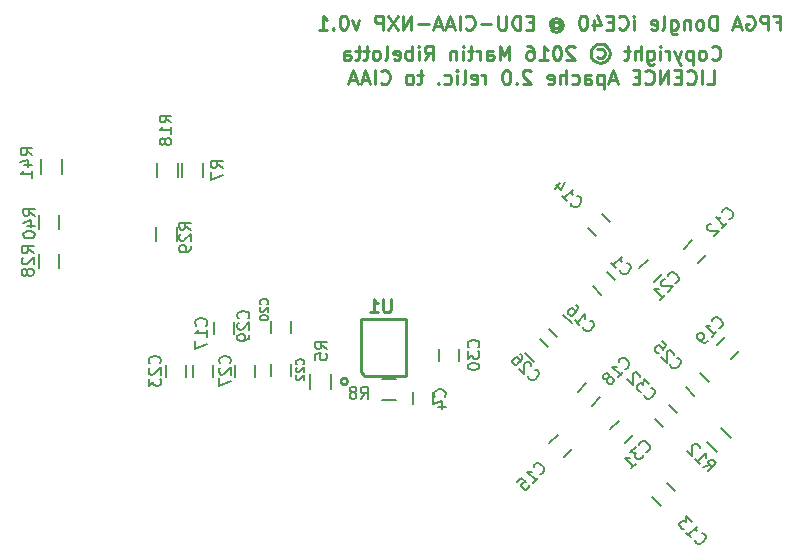
<source format=gbo>
G04 #@! TF.FileFunction,Legend,Bot*
%FSLAX46Y46*%
G04 Gerber Fmt 4.6, Leading zero omitted, Abs format (unit mm)*
G04 Created by KiCad (PCBNEW 4.0.4+e1-6308~48~ubuntu14.04.1-stable) date Wed Oct 19 19:57:22 2016*
%MOMM*%
%LPD*%
G01*
G04 APERTURE LIST*
%ADD10C,0.100000*%
%ADD11C,0.250000*%
%ADD12C,0.150000*%
%ADD13C,0.254000*%
G04 APERTURE END LIST*
D10*
D11*
X80425713Y-78584286D02*
X80825713Y-78584286D01*
X80825713Y-79212857D02*
X80825713Y-78012857D01*
X80254284Y-78012857D01*
X79797142Y-79212857D02*
X79797142Y-78012857D01*
X79339999Y-78012857D01*
X79225713Y-78070000D01*
X79168570Y-78127143D01*
X79111427Y-78241429D01*
X79111427Y-78412857D01*
X79168570Y-78527143D01*
X79225713Y-78584286D01*
X79339999Y-78641429D01*
X79797142Y-78641429D01*
X77968570Y-78070000D02*
X78082856Y-78012857D01*
X78254285Y-78012857D01*
X78425713Y-78070000D01*
X78539999Y-78184286D01*
X78597142Y-78298571D01*
X78654285Y-78527143D01*
X78654285Y-78698571D01*
X78597142Y-78927143D01*
X78539999Y-79041429D01*
X78425713Y-79155714D01*
X78254285Y-79212857D01*
X78139999Y-79212857D01*
X77968570Y-79155714D01*
X77911427Y-79098571D01*
X77911427Y-78698571D01*
X78139999Y-78698571D01*
X77454285Y-78870000D02*
X76882856Y-78870000D01*
X77568570Y-79212857D02*
X77168570Y-78012857D01*
X76768570Y-79212857D01*
X75454285Y-79212857D02*
X75454285Y-78012857D01*
X75168570Y-78012857D01*
X74997142Y-78070000D01*
X74882856Y-78184286D01*
X74825713Y-78298571D01*
X74768570Y-78527143D01*
X74768570Y-78698571D01*
X74825713Y-78927143D01*
X74882856Y-79041429D01*
X74997142Y-79155714D01*
X75168570Y-79212857D01*
X75454285Y-79212857D01*
X74082856Y-79212857D02*
X74197142Y-79155714D01*
X74254285Y-79098571D01*
X74311428Y-78984286D01*
X74311428Y-78641429D01*
X74254285Y-78527143D01*
X74197142Y-78470000D01*
X74082856Y-78412857D01*
X73911428Y-78412857D01*
X73797142Y-78470000D01*
X73739999Y-78527143D01*
X73682856Y-78641429D01*
X73682856Y-78984286D01*
X73739999Y-79098571D01*
X73797142Y-79155714D01*
X73911428Y-79212857D01*
X74082856Y-79212857D01*
X73168571Y-78412857D02*
X73168571Y-79212857D01*
X73168571Y-78527143D02*
X73111428Y-78470000D01*
X72997142Y-78412857D01*
X72825714Y-78412857D01*
X72711428Y-78470000D01*
X72654285Y-78584286D01*
X72654285Y-79212857D01*
X71568571Y-78412857D02*
X71568571Y-79384286D01*
X71625714Y-79498571D01*
X71682857Y-79555714D01*
X71797142Y-79612857D01*
X71968571Y-79612857D01*
X72082857Y-79555714D01*
X71568571Y-79155714D02*
X71682857Y-79212857D01*
X71911428Y-79212857D01*
X72025714Y-79155714D01*
X72082857Y-79098571D01*
X72140000Y-78984286D01*
X72140000Y-78641429D01*
X72082857Y-78527143D01*
X72025714Y-78470000D01*
X71911428Y-78412857D01*
X71682857Y-78412857D01*
X71568571Y-78470000D01*
X70825714Y-79212857D02*
X70940000Y-79155714D01*
X70997143Y-79041429D01*
X70997143Y-78012857D01*
X69911429Y-79155714D02*
X70025715Y-79212857D01*
X70254286Y-79212857D01*
X70368572Y-79155714D01*
X70425715Y-79041429D01*
X70425715Y-78584286D01*
X70368572Y-78470000D01*
X70254286Y-78412857D01*
X70025715Y-78412857D01*
X69911429Y-78470000D01*
X69854286Y-78584286D01*
X69854286Y-78698571D01*
X70425715Y-78812857D01*
X68425715Y-79212857D02*
X68425715Y-78412857D01*
X68425715Y-78012857D02*
X68482858Y-78070000D01*
X68425715Y-78127143D01*
X68368572Y-78070000D01*
X68425715Y-78012857D01*
X68425715Y-78127143D01*
X67168571Y-79098571D02*
X67225714Y-79155714D01*
X67397143Y-79212857D01*
X67511429Y-79212857D01*
X67682857Y-79155714D01*
X67797143Y-79041429D01*
X67854286Y-78927143D01*
X67911429Y-78698571D01*
X67911429Y-78527143D01*
X67854286Y-78298571D01*
X67797143Y-78184286D01*
X67682857Y-78070000D01*
X67511429Y-78012857D01*
X67397143Y-78012857D01*
X67225714Y-78070000D01*
X67168571Y-78127143D01*
X66654286Y-78584286D02*
X66254286Y-78584286D01*
X66082857Y-79212857D02*
X66654286Y-79212857D01*
X66654286Y-78012857D01*
X66082857Y-78012857D01*
X65054286Y-78412857D02*
X65054286Y-79212857D01*
X65340000Y-77955714D02*
X65625715Y-78812857D01*
X64882857Y-78812857D01*
X64197143Y-78012857D02*
X64082858Y-78012857D01*
X63968572Y-78070000D01*
X63911429Y-78127143D01*
X63854286Y-78241429D01*
X63797143Y-78470000D01*
X63797143Y-78755714D01*
X63854286Y-78984286D01*
X63911429Y-79098571D01*
X63968572Y-79155714D01*
X64082858Y-79212857D01*
X64197143Y-79212857D01*
X64311429Y-79155714D01*
X64368572Y-79098571D01*
X64425715Y-78984286D01*
X64482858Y-78755714D01*
X64482858Y-78470000D01*
X64425715Y-78241429D01*
X64368572Y-78127143D01*
X64311429Y-78070000D01*
X64197143Y-78012857D01*
X61625715Y-78641429D02*
X61682857Y-78584286D01*
X61797143Y-78527143D01*
X61911429Y-78527143D01*
X62025715Y-78584286D01*
X62082857Y-78641429D01*
X62140000Y-78755714D01*
X62140000Y-78870000D01*
X62082857Y-78984286D01*
X62025715Y-79041429D01*
X61911429Y-79098571D01*
X61797143Y-79098571D01*
X61682857Y-79041429D01*
X61625715Y-78984286D01*
X61625715Y-78527143D02*
X61625715Y-78984286D01*
X61568572Y-79041429D01*
X61511429Y-79041429D01*
X61397143Y-78984286D01*
X61340000Y-78870000D01*
X61340000Y-78584286D01*
X61454286Y-78412857D01*
X61625715Y-78298571D01*
X61854286Y-78241429D01*
X62082857Y-78298571D01*
X62254286Y-78412857D01*
X62368572Y-78584286D01*
X62425715Y-78812857D01*
X62368572Y-79041429D01*
X62254286Y-79212857D01*
X62082857Y-79327143D01*
X61854286Y-79384286D01*
X61625715Y-79327143D01*
X61454286Y-79212857D01*
X59911429Y-78584286D02*
X59511429Y-78584286D01*
X59340000Y-79212857D02*
X59911429Y-79212857D01*
X59911429Y-78012857D01*
X59340000Y-78012857D01*
X58825715Y-79212857D02*
X58825715Y-78012857D01*
X58540000Y-78012857D01*
X58368572Y-78070000D01*
X58254286Y-78184286D01*
X58197143Y-78298571D01*
X58140000Y-78527143D01*
X58140000Y-78698571D01*
X58197143Y-78927143D01*
X58254286Y-79041429D01*
X58368572Y-79155714D01*
X58540000Y-79212857D01*
X58825715Y-79212857D01*
X57625715Y-78012857D02*
X57625715Y-78984286D01*
X57568572Y-79098571D01*
X57511429Y-79155714D01*
X57397143Y-79212857D01*
X57168572Y-79212857D01*
X57054286Y-79155714D01*
X56997143Y-79098571D01*
X56940000Y-78984286D01*
X56940000Y-78012857D01*
X56368572Y-78755714D02*
X55454286Y-78755714D01*
X54197143Y-79098571D02*
X54254286Y-79155714D01*
X54425715Y-79212857D01*
X54540001Y-79212857D01*
X54711429Y-79155714D01*
X54825715Y-79041429D01*
X54882858Y-78927143D01*
X54940001Y-78698571D01*
X54940001Y-78527143D01*
X54882858Y-78298571D01*
X54825715Y-78184286D01*
X54711429Y-78070000D01*
X54540001Y-78012857D01*
X54425715Y-78012857D01*
X54254286Y-78070000D01*
X54197143Y-78127143D01*
X53682858Y-79212857D02*
X53682858Y-78012857D01*
X53168572Y-78870000D02*
X52597143Y-78870000D01*
X53282857Y-79212857D02*
X52882857Y-78012857D01*
X52482857Y-79212857D01*
X52140001Y-78870000D02*
X51568572Y-78870000D01*
X52254286Y-79212857D02*
X51854286Y-78012857D01*
X51454286Y-79212857D01*
X51054287Y-78755714D02*
X50140001Y-78755714D01*
X49568573Y-79212857D02*
X49568573Y-78012857D01*
X48882858Y-79212857D01*
X48882858Y-78012857D01*
X48425715Y-78012857D02*
X47625715Y-79212857D01*
X47625715Y-78012857D02*
X48425715Y-79212857D01*
X47168573Y-79212857D02*
X47168573Y-78012857D01*
X46711430Y-78012857D01*
X46597144Y-78070000D01*
X46540001Y-78127143D01*
X46482858Y-78241429D01*
X46482858Y-78412857D01*
X46540001Y-78527143D01*
X46597144Y-78584286D01*
X46711430Y-78641429D01*
X47168573Y-78641429D01*
X45168572Y-78412857D02*
X44882858Y-79212857D01*
X44597144Y-78412857D01*
X43911429Y-78012857D02*
X43797144Y-78012857D01*
X43682858Y-78070000D01*
X43625715Y-78127143D01*
X43568572Y-78241429D01*
X43511429Y-78470000D01*
X43511429Y-78755714D01*
X43568572Y-78984286D01*
X43625715Y-79098571D01*
X43682858Y-79155714D01*
X43797144Y-79212857D01*
X43911429Y-79212857D01*
X44025715Y-79155714D01*
X44082858Y-79098571D01*
X44140001Y-78984286D01*
X44197144Y-78755714D01*
X44197144Y-78470000D01*
X44140001Y-78241429D01*
X44082858Y-78127143D01*
X44025715Y-78070000D01*
X43911429Y-78012857D01*
X42997144Y-79098571D02*
X42940001Y-79155714D01*
X42997144Y-79212857D01*
X43054287Y-79155714D01*
X42997144Y-79098571D01*
X42997144Y-79212857D01*
X41797143Y-79212857D02*
X42482858Y-79212857D01*
X42140000Y-79212857D02*
X42140000Y-78012857D01*
X42254286Y-78184286D01*
X42368572Y-78298571D01*
X42482858Y-78355714D01*
X75009998Y-81663571D02*
X75067141Y-81720714D01*
X75238570Y-81777857D01*
X75352856Y-81777857D01*
X75524284Y-81720714D01*
X75638570Y-81606429D01*
X75695713Y-81492143D01*
X75752856Y-81263571D01*
X75752856Y-81092143D01*
X75695713Y-80863571D01*
X75638570Y-80749286D01*
X75524284Y-80635000D01*
X75352856Y-80577857D01*
X75238570Y-80577857D01*
X75067141Y-80635000D01*
X75009998Y-80692143D01*
X74324284Y-81777857D02*
X74438570Y-81720714D01*
X74495713Y-81663571D01*
X74552856Y-81549286D01*
X74552856Y-81206429D01*
X74495713Y-81092143D01*
X74438570Y-81035000D01*
X74324284Y-80977857D01*
X74152856Y-80977857D01*
X74038570Y-81035000D01*
X73981427Y-81092143D01*
X73924284Y-81206429D01*
X73924284Y-81549286D01*
X73981427Y-81663571D01*
X74038570Y-81720714D01*
X74152856Y-81777857D01*
X74324284Y-81777857D01*
X73409999Y-80977857D02*
X73409999Y-82177857D01*
X73409999Y-81035000D02*
X73295713Y-80977857D01*
X73067142Y-80977857D01*
X72952856Y-81035000D01*
X72895713Y-81092143D01*
X72838570Y-81206429D01*
X72838570Y-81549286D01*
X72895713Y-81663571D01*
X72952856Y-81720714D01*
X73067142Y-81777857D01*
X73295713Y-81777857D01*
X73409999Y-81720714D01*
X72438570Y-80977857D02*
X72152856Y-81777857D01*
X71867142Y-80977857D02*
X72152856Y-81777857D01*
X72267142Y-82063571D01*
X72324285Y-82120714D01*
X72438570Y-82177857D01*
X71409999Y-81777857D02*
X71409999Y-80977857D01*
X71409999Y-81206429D02*
X71352856Y-81092143D01*
X71295713Y-81035000D01*
X71181427Y-80977857D01*
X71067142Y-80977857D01*
X70667142Y-81777857D02*
X70667142Y-80977857D01*
X70667142Y-80577857D02*
X70724285Y-80635000D01*
X70667142Y-80692143D01*
X70609999Y-80635000D01*
X70667142Y-80577857D01*
X70667142Y-80692143D01*
X69581427Y-80977857D02*
X69581427Y-81949286D01*
X69638570Y-82063571D01*
X69695713Y-82120714D01*
X69809998Y-82177857D01*
X69981427Y-82177857D01*
X70095713Y-82120714D01*
X69581427Y-81720714D02*
X69695713Y-81777857D01*
X69924284Y-81777857D01*
X70038570Y-81720714D01*
X70095713Y-81663571D01*
X70152856Y-81549286D01*
X70152856Y-81206429D01*
X70095713Y-81092143D01*
X70038570Y-81035000D01*
X69924284Y-80977857D01*
X69695713Y-80977857D01*
X69581427Y-81035000D01*
X69009999Y-81777857D02*
X69009999Y-80577857D01*
X68495713Y-81777857D02*
X68495713Y-81149286D01*
X68552856Y-81035000D01*
X68667142Y-80977857D01*
X68838570Y-80977857D01*
X68952856Y-81035000D01*
X69009999Y-81092143D01*
X68095713Y-80977857D02*
X67638570Y-80977857D01*
X67924285Y-80577857D02*
X67924285Y-81606429D01*
X67867142Y-81720714D01*
X67752856Y-81777857D01*
X67638570Y-81777857D01*
X65352856Y-80863571D02*
X65467142Y-80806429D01*
X65695713Y-80806429D01*
X65809999Y-80863571D01*
X65924285Y-80977857D01*
X65981428Y-81092143D01*
X65981428Y-81320714D01*
X65924285Y-81435000D01*
X65809999Y-81549286D01*
X65695713Y-81606429D01*
X65467142Y-81606429D01*
X65352856Y-81549286D01*
X65581428Y-80406429D02*
X65867142Y-80463571D01*
X66152856Y-80635000D01*
X66324285Y-80920714D01*
X66381428Y-81206429D01*
X66324285Y-81492143D01*
X66152856Y-81777857D01*
X65867142Y-81949286D01*
X65581428Y-82006429D01*
X65295713Y-81949286D01*
X65009999Y-81777857D01*
X64838570Y-81492143D01*
X64781428Y-81206429D01*
X64838570Y-80920714D01*
X65009999Y-80635000D01*
X65295713Y-80463571D01*
X65581428Y-80406429D01*
X63409999Y-80692143D02*
X63352856Y-80635000D01*
X63238570Y-80577857D01*
X62952856Y-80577857D01*
X62838570Y-80635000D01*
X62781427Y-80692143D01*
X62724284Y-80806429D01*
X62724284Y-80920714D01*
X62781427Y-81092143D01*
X63467141Y-81777857D01*
X62724284Y-81777857D01*
X61981427Y-80577857D02*
X61867142Y-80577857D01*
X61752856Y-80635000D01*
X61695713Y-80692143D01*
X61638570Y-80806429D01*
X61581427Y-81035000D01*
X61581427Y-81320714D01*
X61638570Y-81549286D01*
X61695713Y-81663571D01*
X61752856Y-81720714D01*
X61867142Y-81777857D01*
X61981427Y-81777857D01*
X62095713Y-81720714D01*
X62152856Y-81663571D01*
X62209999Y-81549286D01*
X62267142Y-81320714D01*
X62267142Y-81035000D01*
X62209999Y-80806429D01*
X62152856Y-80692143D01*
X62095713Y-80635000D01*
X61981427Y-80577857D01*
X60438570Y-81777857D02*
X61124285Y-81777857D01*
X60781427Y-81777857D02*
X60781427Y-80577857D01*
X60895713Y-80749286D01*
X61009999Y-80863571D01*
X61124285Y-80920714D01*
X59409999Y-80577857D02*
X59638570Y-80577857D01*
X59752856Y-80635000D01*
X59809999Y-80692143D01*
X59924285Y-80863571D01*
X59981428Y-81092143D01*
X59981428Y-81549286D01*
X59924285Y-81663571D01*
X59867142Y-81720714D01*
X59752856Y-81777857D01*
X59524285Y-81777857D01*
X59409999Y-81720714D01*
X59352856Y-81663571D01*
X59295713Y-81549286D01*
X59295713Y-81263571D01*
X59352856Y-81149286D01*
X59409999Y-81092143D01*
X59524285Y-81035000D01*
X59752856Y-81035000D01*
X59867142Y-81092143D01*
X59924285Y-81149286D01*
X59981428Y-81263571D01*
X57867142Y-81777857D02*
X57867142Y-80577857D01*
X57467142Y-81435000D01*
X57067142Y-80577857D01*
X57067142Y-81777857D01*
X55981427Y-81777857D02*
X55981427Y-81149286D01*
X56038570Y-81035000D01*
X56152856Y-80977857D01*
X56381427Y-80977857D01*
X56495713Y-81035000D01*
X55981427Y-81720714D02*
X56095713Y-81777857D01*
X56381427Y-81777857D01*
X56495713Y-81720714D01*
X56552856Y-81606429D01*
X56552856Y-81492143D01*
X56495713Y-81377857D01*
X56381427Y-81320714D01*
X56095713Y-81320714D01*
X55981427Y-81263571D01*
X55409999Y-81777857D02*
X55409999Y-80977857D01*
X55409999Y-81206429D02*
X55352856Y-81092143D01*
X55295713Y-81035000D01*
X55181427Y-80977857D01*
X55067142Y-80977857D01*
X54838570Y-80977857D02*
X54381427Y-80977857D01*
X54667142Y-80577857D02*
X54667142Y-81606429D01*
X54609999Y-81720714D01*
X54495713Y-81777857D01*
X54381427Y-81777857D01*
X53981428Y-81777857D02*
X53981428Y-80977857D01*
X53981428Y-80577857D02*
X54038571Y-80635000D01*
X53981428Y-80692143D01*
X53924285Y-80635000D01*
X53981428Y-80577857D01*
X53981428Y-80692143D01*
X53409999Y-80977857D02*
X53409999Y-81777857D01*
X53409999Y-81092143D02*
X53352856Y-81035000D01*
X53238570Y-80977857D01*
X53067142Y-80977857D01*
X52952856Y-81035000D01*
X52895713Y-81149286D01*
X52895713Y-81777857D01*
X50724284Y-81777857D02*
X51124284Y-81206429D01*
X51409999Y-81777857D02*
X51409999Y-80577857D01*
X50952856Y-80577857D01*
X50838570Y-80635000D01*
X50781427Y-80692143D01*
X50724284Y-80806429D01*
X50724284Y-80977857D01*
X50781427Y-81092143D01*
X50838570Y-81149286D01*
X50952856Y-81206429D01*
X51409999Y-81206429D01*
X50209999Y-81777857D02*
X50209999Y-80977857D01*
X50209999Y-80577857D02*
X50267142Y-80635000D01*
X50209999Y-80692143D01*
X50152856Y-80635000D01*
X50209999Y-80577857D01*
X50209999Y-80692143D01*
X49638570Y-81777857D02*
X49638570Y-80577857D01*
X49638570Y-81035000D02*
X49524284Y-80977857D01*
X49295713Y-80977857D01*
X49181427Y-81035000D01*
X49124284Y-81092143D01*
X49067141Y-81206429D01*
X49067141Y-81549286D01*
X49124284Y-81663571D01*
X49181427Y-81720714D01*
X49295713Y-81777857D01*
X49524284Y-81777857D01*
X49638570Y-81720714D01*
X48095713Y-81720714D02*
X48209999Y-81777857D01*
X48438570Y-81777857D01*
X48552856Y-81720714D01*
X48609999Y-81606429D01*
X48609999Y-81149286D01*
X48552856Y-81035000D01*
X48438570Y-80977857D01*
X48209999Y-80977857D01*
X48095713Y-81035000D01*
X48038570Y-81149286D01*
X48038570Y-81263571D01*
X48609999Y-81377857D01*
X47352856Y-81777857D02*
X47467142Y-81720714D01*
X47524285Y-81606429D01*
X47524285Y-80577857D01*
X46724285Y-81777857D02*
X46838571Y-81720714D01*
X46895714Y-81663571D01*
X46952857Y-81549286D01*
X46952857Y-81206429D01*
X46895714Y-81092143D01*
X46838571Y-81035000D01*
X46724285Y-80977857D01*
X46552857Y-80977857D01*
X46438571Y-81035000D01*
X46381428Y-81092143D01*
X46324285Y-81206429D01*
X46324285Y-81549286D01*
X46381428Y-81663571D01*
X46438571Y-81720714D01*
X46552857Y-81777857D01*
X46724285Y-81777857D01*
X45981428Y-80977857D02*
X45524285Y-80977857D01*
X45810000Y-80577857D02*
X45810000Y-81606429D01*
X45752857Y-81720714D01*
X45638571Y-81777857D01*
X45524285Y-81777857D01*
X45295714Y-80977857D02*
X44838571Y-80977857D01*
X45124286Y-80577857D02*
X45124286Y-81606429D01*
X45067143Y-81720714D01*
X44952857Y-81777857D01*
X44838571Y-81777857D01*
X43924286Y-81777857D02*
X43924286Y-81149286D01*
X43981429Y-81035000D01*
X44095715Y-80977857D01*
X44324286Y-80977857D01*
X44438572Y-81035000D01*
X43924286Y-81720714D02*
X44038572Y-81777857D01*
X44324286Y-81777857D01*
X44438572Y-81720714D01*
X44495715Y-81606429D01*
X44495715Y-81492143D01*
X44438572Y-81377857D01*
X44324286Y-81320714D01*
X44038572Y-81320714D01*
X43924286Y-81263571D01*
X74609999Y-83827857D02*
X75181428Y-83827857D01*
X75181428Y-82627857D01*
X74209999Y-83827857D02*
X74209999Y-82627857D01*
X72952855Y-83713571D02*
X73009998Y-83770714D01*
X73181427Y-83827857D01*
X73295713Y-83827857D01*
X73467141Y-83770714D01*
X73581427Y-83656429D01*
X73638570Y-83542143D01*
X73695713Y-83313571D01*
X73695713Y-83142143D01*
X73638570Y-82913571D01*
X73581427Y-82799286D01*
X73467141Y-82685000D01*
X73295713Y-82627857D01*
X73181427Y-82627857D01*
X73009998Y-82685000D01*
X72952855Y-82742143D01*
X72438570Y-83199286D02*
X72038570Y-83199286D01*
X71867141Y-83827857D02*
X72438570Y-83827857D01*
X72438570Y-82627857D01*
X71867141Y-82627857D01*
X71352856Y-83827857D02*
X71352856Y-82627857D01*
X70667141Y-83827857D01*
X70667141Y-82627857D01*
X69409998Y-83713571D02*
X69467141Y-83770714D01*
X69638570Y-83827857D01*
X69752856Y-83827857D01*
X69924284Y-83770714D01*
X70038570Y-83656429D01*
X70095713Y-83542143D01*
X70152856Y-83313571D01*
X70152856Y-83142143D01*
X70095713Y-82913571D01*
X70038570Y-82799286D01*
X69924284Y-82685000D01*
X69752856Y-82627857D01*
X69638570Y-82627857D01*
X69467141Y-82685000D01*
X69409998Y-82742143D01*
X68895713Y-83199286D02*
X68495713Y-83199286D01*
X68324284Y-83827857D02*
X68895713Y-83827857D01*
X68895713Y-82627857D01*
X68324284Y-82627857D01*
X66952856Y-83485000D02*
X66381427Y-83485000D01*
X67067141Y-83827857D02*
X66667141Y-82627857D01*
X66267141Y-83827857D01*
X65867142Y-83027857D02*
X65867142Y-84227857D01*
X65867142Y-83085000D02*
X65752856Y-83027857D01*
X65524285Y-83027857D01*
X65409999Y-83085000D01*
X65352856Y-83142143D01*
X65295713Y-83256429D01*
X65295713Y-83599286D01*
X65352856Y-83713571D01*
X65409999Y-83770714D01*
X65524285Y-83827857D01*
X65752856Y-83827857D01*
X65867142Y-83770714D01*
X64267142Y-83827857D02*
X64267142Y-83199286D01*
X64324285Y-83085000D01*
X64438571Y-83027857D01*
X64667142Y-83027857D01*
X64781428Y-83085000D01*
X64267142Y-83770714D02*
X64381428Y-83827857D01*
X64667142Y-83827857D01*
X64781428Y-83770714D01*
X64838571Y-83656429D01*
X64838571Y-83542143D01*
X64781428Y-83427857D01*
X64667142Y-83370714D01*
X64381428Y-83370714D01*
X64267142Y-83313571D01*
X63181428Y-83770714D02*
X63295714Y-83827857D01*
X63524285Y-83827857D01*
X63638571Y-83770714D01*
X63695714Y-83713571D01*
X63752857Y-83599286D01*
X63752857Y-83256429D01*
X63695714Y-83142143D01*
X63638571Y-83085000D01*
X63524285Y-83027857D01*
X63295714Y-83027857D01*
X63181428Y-83085000D01*
X62667143Y-83827857D02*
X62667143Y-82627857D01*
X62152857Y-83827857D02*
X62152857Y-83199286D01*
X62210000Y-83085000D01*
X62324286Y-83027857D01*
X62495714Y-83027857D01*
X62610000Y-83085000D01*
X62667143Y-83142143D01*
X61124286Y-83770714D02*
X61238572Y-83827857D01*
X61467143Y-83827857D01*
X61581429Y-83770714D01*
X61638572Y-83656429D01*
X61638572Y-83199286D01*
X61581429Y-83085000D01*
X61467143Y-83027857D01*
X61238572Y-83027857D01*
X61124286Y-83085000D01*
X61067143Y-83199286D01*
X61067143Y-83313571D01*
X61638572Y-83427857D01*
X59695715Y-82742143D02*
X59638572Y-82685000D01*
X59524286Y-82627857D01*
X59238572Y-82627857D01*
X59124286Y-82685000D01*
X59067143Y-82742143D01*
X59010000Y-82856429D01*
X59010000Y-82970714D01*
X59067143Y-83142143D01*
X59752857Y-83827857D01*
X59010000Y-83827857D01*
X58495715Y-83713571D02*
X58438572Y-83770714D01*
X58495715Y-83827857D01*
X58552858Y-83770714D01*
X58495715Y-83713571D01*
X58495715Y-83827857D01*
X57695714Y-82627857D02*
X57581429Y-82627857D01*
X57467143Y-82685000D01*
X57410000Y-82742143D01*
X57352857Y-82856429D01*
X57295714Y-83085000D01*
X57295714Y-83370714D01*
X57352857Y-83599286D01*
X57410000Y-83713571D01*
X57467143Y-83770714D01*
X57581429Y-83827857D01*
X57695714Y-83827857D01*
X57810000Y-83770714D01*
X57867143Y-83713571D01*
X57924286Y-83599286D01*
X57981429Y-83370714D01*
X57981429Y-83085000D01*
X57924286Y-82856429D01*
X57867143Y-82742143D01*
X57810000Y-82685000D01*
X57695714Y-82627857D01*
X55867143Y-83827857D02*
X55867143Y-83027857D01*
X55867143Y-83256429D02*
X55810000Y-83142143D01*
X55752857Y-83085000D01*
X55638571Y-83027857D01*
X55524286Y-83027857D01*
X54667143Y-83770714D02*
X54781429Y-83827857D01*
X55010000Y-83827857D01*
X55124286Y-83770714D01*
X55181429Y-83656429D01*
X55181429Y-83199286D01*
X55124286Y-83085000D01*
X55010000Y-83027857D01*
X54781429Y-83027857D01*
X54667143Y-83085000D01*
X54610000Y-83199286D01*
X54610000Y-83313571D01*
X55181429Y-83427857D01*
X53924286Y-83827857D02*
X54038572Y-83770714D01*
X54095715Y-83656429D01*
X54095715Y-82627857D01*
X53467144Y-83827857D02*
X53467144Y-83027857D01*
X53467144Y-82627857D02*
X53524287Y-82685000D01*
X53467144Y-82742143D01*
X53410001Y-82685000D01*
X53467144Y-82627857D01*
X53467144Y-82742143D01*
X52381429Y-83770714D02*
X52495715Y-83827857D01*
X52724286Y-83827857D01*
X52838572Y-83770714D01*
X52895715Y-83713571D01*
X52952858Y-83599286D01*
X52952858Y-83256429D01*
X52895715Y-83142143D01*
X52838572Y-83085000D01*
X52724286Y-83027857D01*
X52495715Y-83027857D01*
X52381429Y-83085000D01*
X51867144Y-83713571D02*
X51810001Y-83770714D01*
X51867144Y-83827857D01*
X51924287Y-83770714D01*
X51867144Y-83713571D01*
X51867144Y-83827857D01*
X50552857Y-83027857D02*
X50095714Y-83027857D01*
X50381429Y-82627857D02*
X50381429Y-83656429D01*
X50324286Y-83770714D01*
X50210000Y-83827857D01*
X50095714Y-83827857D01*
X49524286Y-83827857D02*
X49638572Y-83770714D01*
X49695715Y-83713571D01*
X49752858Y-83599286D01*
X49752858Y-83256429D01*
X49695715Y-83142143D01*
X49638572Y-83085000D01*
X49524286Y-83027857D01*
X49352858Y-83027857D01*
X49238572Y-83085000D01*
X49181429Y-83142143D01*
X49124286Y-83256429D01*
X49124286Y-83599286D01*
X49181429Y-83713571D01*
X49238572Y-83770714D01*
X49352858Y-83827857D01*
X49524286Y-83827857D01*
X47010000Y-83713571D02*
X47067143Y-83770714D01*
X47238572Y-83827857D01*
X47352858Y-83827857D01*
X47524286Y-83770714D01*
X47638572Y-83656429D01*
X47695715Y-83542143D01*
X47752858Y-83313571D01*
X47752858Y-83142143D01*
X47695715Y-82913571D01*
X47638572Y-82799286D01*
X47524286Y-82685000D01*
X47352858Y-82627857D01*
X47238572Y-82627857D01*
X47067143Y-82685000D01*
X47010000Y-82742143D01*
X46495715Y-83827857D02*
X46495715Y-82627857D01*
X45981429Y-83485000D02*
X45410000Y-83485000D01*
X46095714Y-83827857D02*
X45695714Y-82627857D01*
X45295714Y-83827857D01*
X44952858Y-83485000D02*
X44381429Y-83485000D01*
X45067143Y-83827857D02*
X44667143Y-82627857D01*
X44267143Y-83827857D01*
D12*
X30546266Y-107611832D02*
X30546266Y-108611832D01*
X28846266Y-108611832D02*
X28846266Y-107611832D01*
X66140380Y-99738299D02*
X66847487Y-100445406D01*
X65645406Y-101647487D02*
X64938299Y-100940380D01*
X51450000Y-109900000D02*
X51450000Y-110900000D01*
X49750000Y-110900000D02*
X49750000Y-109900000D01*
X74554594Y-98247487D02*
X73847487Y-98954594D01*
X72645406Y-97752513D02*
X73352513Y-97045406D01*
X70702513Y-119504594D02*
X69995406Y-118797487D01*
X71197487Y-117595406D02*
X71904594Y-118302513D01*
X65740380Y-94788299D02*
X66447487Y-95495406D01*
X65245406Y-96697487D02*
X64538299Y-95990380D01*
X61288299Y-114209620D02*
X61995406Y-113502513D01*
X63197487Y-114704594D02*
X62490380Y-115411701D01*
X61952513Y-105254594D02*
X61245406Y-104547487D01*
X62447487Y-103345406D02*
X63154594Y-104052513D01*
X32832266Y-107611832D02*
X32832266Y-108611832D01*
X31132266Y-108611832D02*
X31132266Y-107611832D01*
X65604594Y-110347487D02*
X64897487Y-111054594D01*
X63695406Y-109852513D02*
X64402513Y-109145406D01*
X75445406Y-105902513D02*
X76152513Y-105195406D01*
X77354594Y-106397487D02*
X76647487Y-107104594D01*
X37718266Y-104895832D02*
X37718266Y-103895832D01*
X39418266Y-103895832D02*
X39418266Y-104895832D01*
X68895406Y-99402513D02*
X69602513Y-98695406D01*
X70804594Y-99897487D02*
X70097487Y-100604594D01*
X39418266Y-107545832D02*
X39418266Y-108545832D01*
X37718266Y-108545832D02*
X37718266Y-107545832D01*
X74054594Y-108302513D02*
X74761701Y-109009620D01*
X73559620Y-110211701D02*
X72852513Y-109504594D01*
X59952513Y-107304594D02*
X59245406Y-106597487D01*
X60447487Y-105395406D02*
X61154594Y-106102513D01*
X36388266Y-107611832D02*
X36388266Y-108611832D01*
X34688266Y-108611832D02*
X34688266Y-107611832D01*
X32868266Y-104945832D02*
X32868266Y-103945832D01*
X34568266Y-103945832D02*
X34568266Y-104945832D01*
X53650000Y-106250000D02*
X53650000Y-107250000D01*
X51950000Y-107250000D02*
X51950000Y-106250000D01*
X68347487Y-113504594D02*
X67640380Y-114211701D01*
X66438299Y-113009620D02*
X67145406Y-112302513D01*
X71404594Y-110952513D02*
X72111701Y-111659620D01*
X70909620Y-112861701D02*
X70202513Y-112154594D01*
X42775000Y-109600000D02*
X42775000Y-108400000D01*
X41025000Y-108400000D02*
X41025000Y-109600000D01*
X47100000Y-110525000D02*
X48300000Y-110525000D01*
X48300000Y-108775000D02*
X47100000Y-108775000D01*
X76692983Y-113755546D02*
X75844454Y-112907017D01*
X74607017Y-114144454D02*
X75455546Y-114992983D01*
D13*
X44204247Y-109000832D02*
G75*
G03X44204247Y-109000832I-283981J0D01*
G01*
X49127266Y-103666832D02*
X45317266Y-103666832D01*
X49127266Y-108492832D02*
X45571266Y-108492832D01*
X45322346Y-103682072D02*
X45322346Y-108213432D01*
X45322346Y-108213432D02*
X45589046Y-108477592D01*
X49122186Y-108477592D02*
X49122186Y-103682072D01*
D12*
X30185000Y-90490000D02*
X30185000Y-91690000D01*
X31935000Y-91690000D02*
X31935000Y-90490000D01*
X28075000Y-90500000D02*
X28075000Y-91700000D01*
X29825000Y-91700000D02*
X29825000Y-90500000D01*
X19775000Y-99425000D02*
X19775000Y-98225000D01*
X18025000Y-98225000D02*
X18025000Y-99425000D01*
X28005000Y-95890000D02*
X28005000Y-97090000D01*
X29755000Y-97090000D02*
X29755000Y-95890000D01*
X19775000Y-96075000D02*
X19775000Y-94875000D01*
X18025000Y-94875000D02*
X18025000Y-96075000D01*
X18225000Y-90200000D02*
X18225000Y-91400000D01*
X19975000Y-91400000D02*
X19975000Y-90200000D01*
X28275409Y-107468975D02*
X28323028Y-107421356D01*
X28370647Y-107278499D01*
X28370647Y-107183261D01*
X28323028Y-107040403D01*
X28227790Y-106945165D01*
X28132552Y-106897546D01*
X27942076Y-106849927D01*
X27799218Y-106849927D01*
X27608742Y-106897546D01*
X27513504Y-106945165D01*
X27418266Y-107040403D01*
X27370647Y-107183261D01*
X27370647Y-107278499D01*
X27418266Y-107421356D01*
X27465885Y-107468975D01*
X27465885Y-107849927D02*
X27418266Y-107897546D01*
X27370647Y-107992784D01*
X27370647Y-108230880D01*
X27418266Y-108326118D01*
X27465885Y-108373737D01*
X27561123Y-108421356D01*
X27656361Y-108421356D01*
X27799218Y-108373737D01*
X28370647Y-107802308D01*
X28370647Y-108421356D01*
X27370647Y-108754689D02*
X27370647Y-109373737D01*
X27751599Y-109040403D01*
X27751599Y-109183261D01*
X27799218Y-109278499D01*
X27846837Y-109326118D01*
X27942076Y-109373737D01*
X28180171Y-109373737D01*
X28275409Y-109326118D01*
X28323028Y-109278499D01*
X28370647Y-109183261D01*
X28370647Y-108897546D01*
X28323028Y-108802308D01*
X28275409Y-108754689D01*
X67243129Y-99578358D02*
X67243129Y-99645701D01*
X67310473Y-99780388D01*
X67377816Y-99847732D01*
X67512504Y-99915076D01*
X67647191Y-99915076D01*
X67748206Y-99881404D01*
X67916564Y-99780389D01*
X68017580Y-99679373D01*
X68118595Y-99511014D01*
X68152267Y-99409999D01*
X68152267Y-99275312D01*
X68084923Y-99140625D01*
X68017580Y-99073281D01*
X67882893Y-99005938D01*
X67815549Y-99005938D01*
X66502351Y-98972266D02*
X66906412Y-99376328D01*
X66704382Y-99174297D02*
X67411489Y-98467191D01*
X67377817Y-98635549D01*
X67377817Y-98770236D01*
X67411489Y-98871251D01*
X52407143Y-110283334D02*
X52454762Y-110235715D01*
X52502381Y-110092858D01*
X52502381Y-109997620D01*
X52454762Y-109854762D01*
X52359524Y-109759524D01*
X52264286Y-109711905D01*
X52073810Y-109664286D01*
X51930952Y-109664286D01*
X51740476Y-109711905D01*
X51645238Y-109759524D01*
X51550000Y-109854762D01*
X51502381Y-109997620D01*
X51502381Y-110092858D01*
X51550000Y-110235715D01*
X51597619Y-110283334D01*
X51835714Y-111140477D02*
X52502381Y-111140477D01*
X51454762Y-110902381D02*
X52169048Y-110664286D01*
X52169048Y-111283334D01*
X76499138Y-95252386D02*
X76566481Y-95252386D01*
X76701168Y-95185042D01*
X76768512Y-95117699D01*
X76835856Y-94983011D01*
X76835856Y-94848324D01*
X76802184Y-94747309D01*
X76701169Y-94578951D01*
X76600153Y-94477935D01*
X76431794Y-94376920D01*
X76330779Y-94343248D01*
X76196092Y-94343248D01*
X76061405Y-94410592D01*
X75994061Y-94477935D01*
X75926718Y-94612622D01*
X75926718Y-94679966D01*
X75893046Y-95993164D02*
X76297107Y-95589103D01*
X76095077Y-95791133D02*
X75387970Y-95084026D01*
X75556329Y-95117698D01*
X75691016Y-95117698D01*
X75792031Y-95084026D01*
X74983909Y-95622775D02*
X74916566Y-95622775D01*
X74815550Y-95656446D01*
X74647191Y-95824806D01*
X74613519Y-95925821D01*
X74613519Y-95993164D01*
X74647191Y-96094179D01*
X74714535Y-96161523D01*
X74849221Y-96228866D01*
X75657344Y-96228866D01*
X75219611Y-96666599D01*
X73591548Y-122403732D02*
X73591548Y-122471075D01*
X73658892Y-122605762D01*
X73726235Y-122673106D01*
X73860923Y-122740450D01*
X73995610Y-122740450D01*
X74096625Y-122706778D01*
X74264983Y-122605763D01*
X74365999Y-122504747D01*
X74467014Y-122336388D01*
X74500686Y-122235373D01*
X74500686Y-122100686D01*
X74433342Y-121965999D01*
X74365999Y-121898655D01*
X74231312Y-121831312D01*
X74163968Y-121831312D01*
X72850770Y-121797640D02*
X73254831Y-122201701D01*
X73052801Y-121999671D02*
X73759908Y-121292564D01*
X73726236Y-121460923D01*
X73726236Y-121595610D01*
X73759908Y-121696625D01*
X73322175Y-120854831D02*
X72884442Y-120417098D01*
X72850771Y-120922175D01*
X72749755Y-120821159D01*
X72648740Y-120787487D01*
X72581396Y-120787487D01*
X72480380Y-120821160D01*
X72312022Y-120989518D01*
X72278350Y-121090533D01*
X72278350Y-121157877D01*
X72312022Y-121258892D01*
X72514053Y-121460923D01*
X72615068Y-121494595D01*
X72682411Y-121494595D01*
X63078628Y-93904416D02*
X63078628Y-93971759D01*
X63145972Y-94106446D01*
X63213315Y-94173790D01*
X63348003Y-94241134D01*
X63482690Y-94241134D01*
X63583705Y-94207462D01*
X63752063Y-94106447D01*
X63853079Y-94005431D01*
X63954094Y-93837072D01*
X63987766Y-93736057D01*
X63987766Y-93601370D01*
X63920422Y-93466683D01*
X63853079Y-93399339D01*
X63718392Y-93331996D01*
X63651048Y-93331996D01*
X62337850Y-93298324D02*
X62741911Y-93702385D01*
X62539881Y-93500355D02*
X63246988Y-92793248D01*
X63213316Y-92961607D01*
X63213316Y-93096294D01*
X63246988Y-93197309D01*
X62203163Y-92220828D02*
X61731758Y-92692233D01*
X62640896Y-92119813D02*
X62304178Y-92793248D01*
X61866445Y-92355515D01*
X60510482Y-116836017D02*
X60577825Y-116836017D01*
X60712512Y-116768673D01*
X60779856Y-116701330D01*
X60847200Y-116566642D01*
X60847200Y-116431955D01*
X60813528Y-116330940D01*
X60712513Y-116162582D01*
X60611497Y-116061566D01*
X60443138Y-115960551D01*
X60342123Y-115926879D01*
X60207436Y-115926879D01*
X60072749Y-115994223D01*
X60005405Y-116061566D01*
X59938062Y-116196253D01*
X59938062Y-116263597D01*
X59904390Y-117576795D02*
X60308451Y-117172734D01*
X60106421Y-117374764D02*
X59399314Y-116667657D01*
X59567673Y-116701329D01*
X59702360Y-116701329D01*
X59803375Y-116667657D01*
X58557520Y-117509452D02*
X58894238Y-117172734D01*
X59264627Y-117475779D01*
X59197283Y-117475779D01*
X59096268Y-117509451D01*
X58927909Y-117677810D01*
X58894237Y-117778825D01*
X58894237Y-117846169D01*
X58927910Y-117947185D01*
X59096268Y-118115543D01*
X59197283Y-118149215D01*
X59264627Y-118149215D01*
X59365642Y-118115543D01*
X59534001Y-117947184D01*
X59567673Y-117846169D01*
X59567673Y-117778825D01*
X64152030Y-104407107D02*
X64152030Y-104474450D01*
X64219374Y-104609137D01*
X64286717Y-104676481D01*
X64421405Y-104743825D01*
X64556092Y-104743825D01*
X64657107Y-104710153D01*
X64825465Y-104609138D01*
X64926481Y-104508122D01*
X65027496Y-104339763D01*
X65061168Y-104238748D01*
X65061168Y-104104061D01*
X64993824Y-103969374D01*
X64926481Y-103902030D01*
X64791794Y-103834687D01*
X64724450Y-103834687D01*
X63411252Y-103801015D02*
X63815313Y-104205076D01*
X63613283Y-104003046D02*
X64320390Y-103295939D01*
X64286718Y-103464298D01*
X64286718Y-103598985D01*
X64320390Y-103700000D01*
X63512267Y-102487817D02*
X63646955Y-102622504D01*
X63680626Y-102723519D01*
X63680626Y-102790863D01*
X63646955Y-102959222D01*
X63545939Y-103127580D01*
X63276565Y-103396955D01*
X63175550Y-103430626D01*
X63108206Y-103430626D01*
X63007191Y-103396955D01*
X62872504Y-103262267D01*
X62838832Y-103161252D01*
X62838832Y-103093908D01*
X62872504Y-102992893D01*
X63040862Y-102824535D01*
X63141878Y-102790862D01*
X63209222Y-102790862D01*
X63310237Y-102824534D01*
X63444924Y-102959222D01*
X63478596Y-103060237D01*
X63478596Y-103127580D01*
X63444924Y-103228596D01*
X32207143Y-104257143D02*
X32254762Y-104209524D01*
X32302381Y-104066667D01*
X32302381Y-103971429D01*
X32254762Y-103828571D01*
X32159524Y-103733333D01*
X32064286Y-103685714D01*
X31873810Y-103638095D01*
X31730952Y-103638095D01*
X31540476Y-103685714D01*
X31445238Y-103733333D01*
X31350000Y-103828571D01*
X31302381Y-103971429D01*
X31302381Y-104066667D01*
X31350000Y-104209524D01*
X31397619Y-104257143D01*
X32302381Y-105209524D02*
X32302381Y-104638095D01*
X32302381Y-104923809D02*
X31302381Y-104923809D01*
X31445238Y-104828571D01*
X31540476Y-104733333D01*
X31588095Y-104638095D01*
X31302381Y-105542857D02*
X31302381Y-106209524D01*
X32302381Y-105780952D01*
X67707106Y-107897970D02*
X67774449Y-107897970D01*
X67909136Y-107830626D01*
X67976480Y-107763283D01*
X68043824Y-107628595D01*
X68043824Y-107493908D01*
X68010152Y-107392893D01*
X67909137Y-107224535D01*
X67808121Y-107123519D01*
X67639762Y-107022504D01*
X67538747Y-106988832D01*
X67404060Y-106988832D01*
X67269373Y-107056176D01*
X67202029Y-107123519D01*
X67134686Y-107258206D01*
X67134686Y-107325550D01*
X67101014Y-108638748D02*
X67505075Y-108234687D01*
X67303045Y-108436717D02*
X66595938Y-107729610D01*
X66764297Y-107763282D01*
X66898984Y-107763282D01*
X66999999Y-107729610D01*
X66292892Y-108638747D02*
X66326564Y-108537732D01*
X66326564Y-108470389D01*
X66292892Y-108369374D01*
X66259221Y-108335702D01*
X66158205Y-108302030D01*
X66090862Y-108302030D01*
X65989847Y-108335702D01*
X65855159Y-108470390D01*
X65821487Y-108571405D01*
X65821487Y-108638748D01*
X65855159Y-108739763D01*
X65888831Y-108773435D01*
X65989846Y-108807107D01*
X66057189Y-108807107D01*
X66158205Y-108773435D01*
X66292892Y-108638747D01*
X66393907Y-108605076D01*
X66461251Y-108605076D01*
X66562267Y-108638748D01*
X66696954Y-108773435D01*
X66730625Y-108874450D01*
X66730625Y-108941794D01*
X66696954Y-109042809D01*
X66562266Y-109177496D01*
X66461251Y-109211168D01*
X66393907Y-109211168D01*
X66292892Y-109177496D01*
X66158205Y-109042810D01*
X66124533Y-108941794D01*
X66124533Y-108874450D01*
X66158205Y-108773435D01*
X75622183Y-104463046D02*
X75689526Y-104463046D01*
X75824213Y-104395702D01*
X75891557Y-104328359D01*
X75958901Y-104193671D01*
X75958901Y-104058984D01*
X75925229Y-103957969D01*
X75824214Y-103789611D01*
X75723198Y-103688595D01*
X75554839Y-103587580D01*
X75453824Y-103553908D01*
X75319137Y-103553908D01*
X75184450Y-103621252D01*
X75117106Y-103688595D01*
X75049763Y-103823282D01*
X75049763Y-103890626D01*
X75016091Y-105203824D02*
X75420152Y-104799763D01*
X75218122Y-105001793D02*
X74511015Y-104294686D01*
X74679374Y-104328358D01*
X74814061Y-104328358D01*
X74915076Y-104294686D01*
X74679374Y-105540541D02*
X74544687Y-105675228D01*
X74443671Y-105708901D01*
X74376328Y-105708901D01*
X74207969Y-105675229D01*
X74039611Y-105574214D01*
X73770236Y-105304839D01*
X73736564Y-105203824D01*
X73736564Y-105136481D01*
X73770236Y-105035466D01*
X73904924Y-104900778D01*
X74005939Y-104867106D01*
X74073282Y-104867106D01*
X74174298Y-104900778D01*
X74342656Y-105069137D01*
X74376328Y-105170152D01*
X74376329Y-105237496D01*
X74342657Y-105338511D01*
X74207969Y-105473199D01*
X74106954Y-105506870D01*
X74039610Y-105506870D01*
X73938595Y-105473198D01*
X37400000Y-102450000D02*
X37433333Y-102416666D01*
X37466667Y-102316666D01*
X37466667Y-102250000D01*
X37433333Y-102150000D01*
X37366667Y-102083333D01*
X37300000Y-102050000D01*
X37166667Y-102016666D01*
X37066667Y-102016666D01*
X36933333Y-102050000D01*
X36866667Y-102083333D01*
X36800000Y-102150000D01*
X36766667Y-102250000D01*
X36766667Y-102316666D01*
X36800000Y-102416666D01*
X36833333Y-102450000D01*
X36833333Y-102716666D02*
X36800000Y-102750000D01*
X36766667Y-102816666D01*
X36766667Y-102983333D01*
X36800000Y-103050000D01*
X36833333Y-103083333D01*
X36900000Y-103116666D01*
X36966667Y-103116666D01*
X37066667Y-103083333D01*
X37466667Y-102683333D01*
X37466667Y-103116666D01*
X36766667Y-103550000D02*
X36766667Y-103616667D01*
X36800000Y-103683333D01*
X36833333Y-103716667D01*
X36900000Y-103750000D01*
X37033333Y-103783333D01*
X37200000Y-103783333D01*
X37333333Y-103750000D01*
X37400000Y-103716667D01*
X37433333Y-103683333D01*
X37466667Y-103616667D01*
X37466667Y-103550000D01*
X37433333Y-103483333D01*
X37400000Y-103450000D01*
X37333333Y-103416667D01*
X37200000Y-103383333D01*
X37033333Y-103383333D01*
X36900000Y-103416667D01*
X36833333Y-103450000D01*
X36800000Y-103483333D01*
X36766667Y-103550000D01*
X71907107Y-100647970D02*
X71974450Y-100647970D01*
X72109137Y-100580626D01*
X72176481Y-100513283D01*
X72243825Y-100378595D01*
X72243825Y-100243908D01*
X72210153Y-100142893D01*
X72109138Y-99974535D01*
X72008122Y-99873519D01*
X71839763Y-99772504D01*
X71738748Y-99738832D01*
X71604061Y-99738832D01*
X71469374Y-99806176D01*
X71402030Y-99873519D01*
X71334687Y-100008206D01*
X71334687Y-100075550D01*
X71065313Y-100344924D02*
X70997970Y-100344924D01*
X70896955Y-100378595D01*
X70728595Y-100546955D01*
X70694924Y-100647970D01*
X70694924Y-100715313D01*
X70728595Y-100816328D01*
X70795939Y-100883672D01*
X70930626Y-100951015D01*
X71738748Y-100951015D01*
X71301015Y-101388748D01*
X70627580Y-102062183D02*
X71031641Y-101658122D01*
X70829611Y-101860152D02*
X70122504Y-101153045D01*
X70290863Y-101186717D01*
X70425550Y-101186717D01*
X70526565Y-101153045D01*
X40450000Y-107550000D02*
X40483333Y-107516666D01*
X40516667Y-107416666D01*
X40516667Y-107350000D01*
X40483333Y-107250000D01*
X40416667Y-107183333D01*
X40350000Y-107150000D01*
X40216667Y-107116666D01*
X40116667Y-107116666D01*
X39983333Y-107150000D01*
X39916667Y-107183333D01*
X39850000Y-107250000D01*
X39816667Y-107350000D01*
X39816667Y-107416666D01*
X39850000Y-107516666D01*
X39883333Y-107550000D01*
X39883333Y-107816666D02*
X39850000Y-107850000D01*
X39816667Y-107916666D01*
X39816667Y-108083333D01*
X39850000Y-108150000D01*
X39883333Y-108183333D01*
X39950000Y-108216666D01*
X40016667Y-108216666D01*
X40116667Y-108183333D01*
X40516667Y-107783333D01*
X40516667Y-108216666D01*
X39883333Y-108483333D02*
X39850000Y-108516667D01*
X39816667Y-108583333D01*
X39816667Y-108750000D01*
X39850000Y-108816667D01*
X39883333Y-108850000D01*
X39950000Y-108883333D01*
X40016667Y-108883333D01*
X40116667Y-108850000D01*
X40516667Y-108450000D01*
X40516667Y-108883333D01*
X71502030Y-107557107D02*
X71502030Y-107624450D01*
X71569374Y-107759137D01*
X71636717Y-107826481D01*
X71771405Y-107893825D01*
X71906092Y-107893825D01*
X72007107Y-107860153D01*
X72175465Y-107759138D01*
X72276481Y-107658122D01*
X72377496Y-107489763D01*
X72411168Y-107388748D01*
X72411168Y-107254061D01*
X72343824Y-107119374D01*
X72276481Y-107052030D01*
X72141794Y-106984687D01*
X72074450Y-106984687D01*
X71805076Y-106715313D02*
X71805076Y-106647970D01*
X71771405Y-106546955D01*
X71603045Y-106378595D01*
X71502030Y-106344924D01*
X71434687Y-106344924D01*
X71333672Y-106378595D01*
X71266328Y-106445939D01*
X71198985Y-106580626D01*
X71198985Y-107388748D01*
X70761252Y-106951015D01*
X70828595Y-105604145D02*
X71165313Y-105940863D01*
X70862268Y-106311252D01*
X70862268Y-106243908D01*
X70828596Y-106142893D01*
X70660237Y-105974534D01*
X70559222Y-105940862D01*
X70491878Y-105940862D01*
X70390862Y-105974535D01*
X70222504Y-106142893D01*
X70188832Y-106243908D01*
X70188832Y-106311252D01*
X70222504Y-106412267D01*
X70390863Y-106580626D01*
X70491878Y-106614298D01*
X70559222Y-106614298D01*
X59452030Y-108557107D02*
X59452030Y-108624450D01*
X59519374Y-108759137D01*
X59586717Y-108826481D01*
X59721405Y-108893825D01*
X59856092Y-108893825D01*
X59957107Y-108860153D01*
X60125465Y-108759138D01*
X60226481Y-108658122D01*
X60327496Y-108489763D01*
X60361168Y-108388748D01*
X60361168Y-108254061D01*
X60293824Y-108119374D01*
X60226481Y-108052030D01*
X60091794Y-107984687D01*
X60024450Y-107984687D01*
X59755076Y-107715313D02*
X59755076Y-107647970D01*
X59721405Y-107546955D01*
X59553045Y-107378595D01*
X59452030Y-107344924D01*
X59384687Y-107344924D01*
X59283672Y-107378595D01*
X59216328Y-107445939D01*
X59148985Y-107580626D01*
X59148985Y-108388748D01*
X58711252Y-107951015D01*
X58812267Y-106637817D02*
X58946955Y-106772504D01*
X58980626Y-106873519D01*
X58980626Y-106940863D01*
X58946955Y-107109222D01*
X58845939Y-107277580D01*
X58576565Y-107546955D01*
X58475550Y-107580626D01*
X58408206Y-107580626D01*
X58307191Y-107546955D01*
X58172504Y-107412267D01*
X58138832Y-107311252D01*
X58138832Y-107243908D01*
X58172504Y-107142893D01*
X58340862Y-106974535D01*
X58441878Y-106940862D01*
X58509222Y-106940862D01*
X58610237Y-106974534D01*
X58744924Y-107109222D01*
X58778596Y-107210237D01*
X58778596Y-107277580D01*
X58744924Y-107378596D01*
X34207143Y-107457143D02*
X34254762Y-107409524D01*
X34302381Y-107266667D01*
X34302381Y-107171429D01*
X34254762Y-107028571D01*
X34159524Y-106933333D01*
X34064286Y-106885714D01*
X33873810Y-106838095D01*
X33730952Y-106838095D01*
X33540476Y-106885714D01*
X33445238Y-106933333D01*
X33350000Y-107028571D01*
X33302381Y-107171429D01*
X33302381Y-107266667D01*
X33350000Y-107409524D01*
X33397619Y-107457143D01*
X33397619Y-107838095D02*
X33350000Y-107885714D01*
X33302381Y-107980952D01*
X33302381Y-108219048D01*
X33350000Y-108314286D01*
X33397619Y-108361905D01*
X33492857Y-108409524D01*
X33588095Y-108409524D01*
X33730952Y-108361905D01*
X34302381Y-107790476D01*
X34302381Y-108409524D01*
X33302381Y-108742857D02*
X33302381Y-109409524D01*
X34302381Y-108980952D01*
X35775409Y-103652975D02*
X35823028Y-103605356D01*
X35870647Y-103462499D01*
X35870647Y-103367261D01*
X35823028Y-103224403D01*
X35727790Y-103129165D01*
X35632552Y-103081546D01*
X35442076Y-103033927D01*
X35299218Y-103033927D01*
X35108742Y-103081546D01*
X35013504Y-103129165D01*
X34918266Y-103224403D01*
X34870647Y-103367261D01*
X34870647Y-103462499D01*
X34918266Y-103605356D01*
X34965885Y-103652975D01*
X34965885Y-104033927D02*
X34918266Y-104081546D01*
X34870647Y-104176784D01*
X34870647Y-104414880D01*
X34918266Y-104510118D01*
X34965885Y-104557737D01*
X35061123Y-104605356D01*
X35156361Y-104605356D01*
X35299218Y-104557737D01*
X35870647Y-103986308D01*
X35870647Y-104605356D01*
X35870647Y-105081546D02*
X35870647Y-105272022D01*
X35823028Y-105367261D01*
X35775409Y-105414880D01*
X35632552Y-105510118D01*
X35442076Y-105557737D01*
X35061123Y-105557737D01*
X34965885Y-105510118D01*
X34918266Y-105462499D01*
X34870647Y-105367261D01*
X34870647Y-105176784D01*
X34918266Y-105081546D01*
X34965885Y-105033927D01*
X35061123Y-104986308D01*
X35299218Y-104986308D01*
X35394456Y-105033927D01*
X35442076Y-105081546D01*
X35489695Y-105176784D01*
X35489695Y-105367261D01*
X35442076Y-105462499D01*
X35394456Y-105510118D01*
X35299218Y-105557737D01*
X55257143Y-106107143D02*
X55304762Y-106059524D01*
X55352381Y-105916667D01*
X55352381Y-105821429D01*
X55304762Y-105678571D01*
X55209524Y-105583333D01*
X55114286Y-105535714D01*
X54923810Y-105488095D01*
X54780952Y-105488095D01*
X54590476Y-105535714D01*
X54495238Y-105583333D01*
X54400000Y-105678571D01*
X54352381Y-105821429D01*
X54352381Y-105916667D01*
X54400000Y-106059524D01*
X54447619Y-106107143D01*
X54352381Y-106440476D02*
X54352381Y-107059524D01*
X54733333Y-106726190D01*
X54733333Y-106869048D01*
X54780952Y-106964286D01*
X54828571Y-107011905D01*
X54923810Y-107059524D01*
X55161905Y-107059524D01*
X55257143Y-107011905D01*
X55304762Y-106964286D01*
X55352381Y-106869048D01*
X55352381Y-106583333D01*
X55304762Y-106488095D01*
X55257143Y-106440476D01*
X54352381Y-107678571D02*
X54352381Y-107773810D01*
X54400000Y-107869048D01*
X54447619Y-107916667D01*
X54542857Y-107964286D01*
X54733333Y-108011905D01*
X54971429Y-108011905D01*
X55161905Y-107964286D01*
X55257143Y-107916667D01*
X55304762Y-107869048D01*
X55352381Y-107773810D01*
X55352381Y-107678571D01*
X55304762Y-107583333D01*
X55257143Y-107535714D01*
X55161905Y-107488095D01*
X54971429Y-107440476D01*
X54733333Y-107440476D01*
X54542857Y-107488095D01*
X54447619Y-107535714D01*
X54400000Y-107583333D01*
X54352381Y-107678571D01*
X69457107Y-114947970D02*
X69524450Y-114947970D01*
X69659137Y-114880626D01*
X69726481Y-114813283D01*
X69793825Y-114678595D01*
X69793825Y-114543908D01*
X69760153Y-114442893D01*
X69659138Y-114274535D01*
X69558122Y-114173519D01*
X69389763Y-114072504D01*
X69288748Y-114038832D01*
X69154061Y-114038832D01*
X69019374Y-114106176D01*
X68952030Y-114173519D01*
X68884687Y-114308206D01*
X68884687Y-114375550D01*
X68581641Y-114543908D02*
X68143908Y-114981641D01*
X68648985Y-115015312D01*
X68547969Y-115116328D01*
X68514297Y-115217343D01*
X68514297Y-115284687D01*
X68547970Y-115385703D01*
X68716328Y-115554061D01*
X68817343Y-115587733D01*
X68884687Y-115587733D01*
X68985702Y-115554061D01*
X69187733Y-115352030D01*
X69221405Y-115251015D01*
X69221405Y-115183672D01*
X68177580Y-116362183D02*
X68581641Y-115958122D01*
X68379611Y-116160152D02*
X67672504Y-115453045D01*
X67840863Y-115486717D01*
X67975550Y-115486717D01*
X68076565Y-115453045D01*
X69302030Y-110107107D02*
X69302030Y-110174450D01*
X69369374Y-110309137D01*
X69436717Y-110376481D01*
X69571405Y-110443825D01*
X69706092Y-110443825D01*
X69807107Y-110410153D01*
X69975465Y-110309138D01*
X70076481Y-110208122D01*
X70177496Y-110039763D01*
X70211168Y-109938748D01*
X70211168Y-109804061D01*
X70143824Y-109669374D01*
X70076481Y-109602030D01*
X69941794Y-109534687D01*
X69874450Y-109534687D01*
X69706092Y-109231641D02*
X69268359Y-108793908D01*
X69234688Y-109298985D01*
X69133672Y-109197969D01*
X69032657Y-109164297D01*
X68965313Y-109164297D01*
X68864297Y-109197970D01*
X68695939Y-109366328D01*
X68662267Y-109467343D01*
X68662267Y-109534687D01*
X68695939Y-109635702D01*
X68897970Y-109837733D01*
X68998985Y-109871405D01*
X69066328Y-109871405D01*
X68931641Y-108591878D02*
X68931641Y-108524535D01*
X68897970Y-108423519D01*
X68729610Y-108255160D01*
X68628595Y-108221488D01*
X68561252Y-108221488D01*
X68460237Y-108255160D01*
X68392893Y-108322504D01*
X68325550Y-108457190D01*
X68325550Y-109265313D01*
X67887817Y-108827580D01*
X42452381Y-106233334D02*
X41976190Y-105900000D01*
X42452381Y-105661905D02*
X41452381Y-105661905D01*
X41452381Y-106042858D01*
X41500000Y-106138096D01*
X41547619Y-106185715D01*
X41642857Y-106233334D01*
X41785714Y-106233334D01*
X41880952Y-106185715D01*
X41928571Y-106138096D01*
X41976190Y-106042858D01*
X41976190Y-105661905D01*
X41452381Y-107138096D02*
X41452381Y-106661905D01*
X41928571Y-106614286D01*
X41880952Y-106661905D01*
X41833333Y-106757143D01*
X41833333Y-106995239D01*
X41880952Y-107090477D01*
X41928571Y-107138096D01*
X42023810Y-107185715D01*
X42261905Y-107185715D01*
X42357143Y-107138096D01*
X42404762Y-107090477D01*
X42452381Y-106995239D01*
X42452381Y-106757143D01*
X42404762Y-106661905D01*
X42357143Y-106614286D01*
X45316666Y-110452381D02*
X45650000Y-109976190D01*
X45888095Y-110452381D02*
X45888095Y-109452381D01*
X45507142Y-109452381D01*
X45411904Y-109500000D01*
X45364285Y-109547619D01*
X45316666Y-109642857D01*
X45316666Y-109785714D01*
X45364285Y-109880952D01*
X45411904Y-109928571D01*
X45507142Y-109976190D01*
X45888095Y-109976190D01*
X44745238Y-109880952D02*
X44840476Y-109833333D01*
X44888095Y-109785714D01*
X44935714Y-109690476D01*
X44935714Y-109642857D01*
X44888095Y-109547619D01*
X44840476Y-109500000D01*
X44745238Y-109452381D01*
X44554761Y-109452381D01*
X44459523Y-109500000D01*
X44411904Y-109547619D01*
X44364285Y-109642857D01*
X44364285Y-109690476D01*
X44411904Y-109785714D01*
X44459523Y-109833333D01*
X44554761Y-109880952D01*
X44745238Y-109880952D01*
X44840476Y-109928571D01*
X44888095Y-109976190D01*
X44935714Y-110071429D01*
X44935714Y-110261905D01*
X44888095Y-110357143D01*
X44840476Y-110404762D01*
X44745238Y-110452381D01*
X44554761Y-110452381D01*
X44459523Y-110404762D01*
X44411904Y-110357143D01*
X44364285Y-110261905D01*
X44364285Y-110071429D01*
X44411904Y-109976190D01*
X44459523Y-109928571D01*
X44554761Y-109880952D01*
X74299763Y-116209374D02*
X74872183Y-116108359D01*
X74703824Y-116613436D02*
X75410931Y-115906329D01*
X75141557Y-115636954D01*
X75040541Y-115603283D01*
X74973198Y-115603283D01*
X74872183Y-115636954D01*
X74771168Y-115737969D01*
X74737496Y-115838985D01*
X74737496Y-115906328D01*
X74771168Y-116007343D01*
X75040542Y-116276718D01*
X73626328Y-115535939D02*
X74030389Y-115940000D01*
X73828359Y-115737970D02*
X74535466Y-115030863D01*
X74501794Y-115199222D01*
X74501794Y-115333909D01*
X74535466Y-115434924D01*
X73996717Y-114626802D02*
X73996717Y-114559459D01*
X73963046Y-114458443D01*
X73794686Y-114290084D01*
X73693671Y-114256412D01*
X73626328Y-114256412D01*
X73525313Y-114290084D01*
X73457969Y-114357428D01*
X73390626Y-114492114D01*
X73390626Y-115300237D01*
X72952893Y-114862504D01*
D13*
X47838095Y-102047619D02*
X47838095Y-102938095D01*
X47785714Y-103042857D01*
X47733333Y-103095238D01*
X47628571Y-103147619D01*
X47419048Y-103147619D01*
X47314286Y-103095238D01*
X47261905Y-103042857D01*
X47209524Y-102938095D01*
X47209524Y-102047619D01*
X46109524Y-103147619D02*
X46738095Y-103147619D01*
X46423809Y-103147619D02*
X46423809Y-102047619D01*
X46528571Y-102204762D01*
X46633333Y-102309524D01*
X46738095Y-102361905D01*
D12*
X33612381Y-90923334D02*
X33136190Y-90590000D01*
X33612381Y-90351905D02*
X32612381Y-90351905D01*
X32612381Y-90732858D01*
X32660000Y-90828096D01*
X32707619Y-90875715D01*
X32802857Y-90923334D01*
X32945714Y-90923334D01*
X33040952Y-90875715D01*
X33088571Y-90828096D01*
X33136190Y-90732858D01*
X33136190Y-90351905D01*
X32612381Y-91256667D02*
X32612381Y-91923334D01*
X33612381Y-91494762D01*
X29272381Y-87067143D02*
X28796190Y-86733809D01*
X29272381Y-86495714D02*
X28272381Y-86495714D01*
X28272381Y-86876667D01*
X28320000Y-86971905D01*
X28367619Y-87019524D01*
X28462857Y-87067143D01*
X28605714Y-87067143D01*
X28700952Y-87019524D01*
X28748571Y-86971905D01*
X28796190Y-86876667D01*
X28796190Y-86495714D01*
X29272381Y-88019524D02*
X29272381Y-87448095D01*
X29272381Y-87733809D02*
X28272381Y-87733809D01*
X28415238Y-87638571D01*
X28510476Y-87543333D01*
X28558095Y-87448095D01*
X28700952Y-88590952D02*
X28653333Y-88495714D01*
X28605714Y-88448095D01*
X28510476Y-88400476D01*
X28462857Y-88400476D01*
X28367619Y-88448095D01*
X28320000Y-88495714D01*
X28272381Y-88590952D01*
X28272381Y-88781429D01*
X28320000Y-88876667D01*
X28367619Y-88924286D01*
X28462857Y-88971905D01*
X28510476Y-88971905D01*
X28605714Y-88924286D01*
X28653333Y-88876667D01*
X28700952Y-88781429D01*
X28700952Y-88590952D01*
X28748571Y-88495714D01*
X28796190Y-88448095D01*
X28891429Y-88400476D01*
X29081905Y-88400476D01*
X29177143Y-88448095D01*
X29224762Y-88495714D01*
X29272381Y-88590952D01*
X29272381Y-88781429D01*
X29224762Y-88876667D01*
X29177143Y-88924286D01*
X29081905Y-88971905D01*
X28891429Y-88971905D01*
X28796190Y-88924286D01*
X28748571Y-88876667D01*
X28700952Y-88781429D01*
X17602381Y-98132143D02*
X17126190Y-97798809D01*
X17602381Y-97560714D02*
X16602381Y-97560714D01*
X16602381Y-97941667D01*
X16650000Y-98036905D01*
X16697619Y-98084524D01*
X16792857Y-98132143D01*
X16935714Y-98132143D01*
X17030952Y-98084524D01*
X17078571Y-98036905D01*
X17126190Y-97941667D01*
X17126190Y-97560714D01*
X16697619Y-98513095D02*
X16650000Y-98560714D01*
X16602381Y-98655952D01*
X16602381Y-98894048D01*
X16650000Y-98989286D01*
X16697619Y-99036905D01*
X16792857Y-99084524D01*
X16888095Y-99084524D01*
X17030952Y-99036905D01*
X17602381Y-98465476D01*
X17602381Y-99084524D01*
X17030952Y-99655952D02*
X16983333Y-99560714D01*
X16935714Y-99513095D01*
X16840476Y-99465476D01*
X16792857Y-99465476D01*
X16697619Y-99513095D01*
X16650000Y-99560714D01*
X16602381Y-99655952D01*
X16602381Y-99846429D01*
X16650000Y-99941667D01*
X16697619Y-99989286D01*
X16792857Y-100036905D01*
X16840476Y-100036905D01*
X16935714Y-99989286D01*
X16983333Y-99941667D01*
X17030952Y-99846429D01*
X17030952Y-99655952D01*
X17078571Y-99560714D01*
X17126190Y-99513095D01*
X17221429Y-99465476D01*
X17411905Y-99465476D01*
X17507143Y-99513095D01*
X17554762Y-99560714D01*
X17602381Y-99655952D01*
X17602381Y-99846429D01*
X17554762Y-99941667D01*
X17507143Y-99989286D01*
X17411905Y-100036905D01*
X17221429Y-100036905D01*
X17126190Y-99989286D01*
X17078571Y-99941667D01*
X17030952Y-99846429D01*
X30932381Y-96137143D02*
X30456190Y-95803809D01*
X30932381Y-95565714D02*
X29932381Y-95565714D01*
X29932381Y-95946667D01*
X29980000Y-96041905D01*
X30027619Y-96089524D01*
X30122857Y-96137143D01*
X30265714Y-96137143D01*
X30360952Y-96089524D01*
X30408571Y-96041905D01*
X30456190Y-95946667D01*
X30456190Y-95565714D01*
X30027619Y-96518095D02*
X29980000Y-96565714D01*
X29932381Y-96660952D01*
X29932381Y-96899048D01*
X29980000Y-96994286D01*
X30027619Y-97041905D01*
X30122857Y-97089524D01*
X30218095Y-97089524D01*
X30360952Y-97041905D01*
X30932381Y-96470476D01*
X30932381Y-97089524D01*
X30932381Y-97565714D02*
X30932381Y-97756190D01*
X30884762Y-97851429D01*
X30837143Y-97899048D01*
X30694286Y-97994286D01*
X30503810Y-98041905D01*
X30122857Y-98041905D01*
X30027619Y-97994286D01*
X29980000Y-97946667D01*
X29932381Y-97851429D01*
X29932381Y-97660952D01*
X29980000Y-97565714D01*
X30027619Y-97518095D01*
X30122857Y-97470476D01*
X30360952Y-97470476D01*
X30456190Y-97518095D01*
X30503810Y-97565714D01*
X30551429Y-97660952D01*
X30551429Y-97851429D01*
X30503810Y-97946667D01*
X30456190Y-97994286D01*
X30360952Y-98041905D01*
X17727381Y-94957143D02*
X17251190Y-94623809D01*
X17727381Y-94385714D02*
X16727381Y-94385714D01*
X16727381Y-94766667D01*
X16775000Y-94861905D01*
X16822619Y-94909524D01*
X16917857Y-94957143D01*
X17060714Y-94957143D01*
X17155952Y-94909524D01*
X17203571Y-94861905D01*
X17251190Y-94766667D01*
X17251190Y-94385714D01*
X17060714Y-95814286D02*
X17727381Y-95814286D01*
X16679762Y-95576190D02*
X17394048Y-95338095D01*
X17394048Y-95957143D01*
X16727381Y-96528571D02*
X16727381Y-96623810D01*
X16775000Y-96719048D01*
X16822619Y-96766667D01*
X16917857Y-96814286D01*
X17108333Y-96861905D01*
X17346429Y-96861905D01*
X17536905Y-96814286D01*
X17632143Y-96766667D01*
X17679762Y-96719048D01*
X17727381Y-96623810D01*
X17727381Y-96528571D01*
X17679762Y-96433333D01*
X17632143Y-96385714D01*
X17536905Y-96338095D01*
X17346429Y-96290476D01*
X17108333Y-96290476D01*
X16917857Y-96338095D01*
X16822619Y-96385714D01*
X16775000Y-96433333D01*
X16727381Y-96528571D01*
X17502381Y-89832143D02*
X17026190Y-89498809D01*
X17502381Y-89260714D02*
X16502381Y-89260714D01*
X16502381Y-89641667D01*
X16550000Y-89736905D01*
X16597619Y-89784524D01*
X16692857Y-89832143D01*
X16835714Y-89832143D01*
X16930952Y-89784524D01*
X16978571Y-89736905D01*
X17026190Y-89641667D01*
X17026190Y-89260714D01*
X16835714Y-90689286D02*
X17502381Y-90689286D01*
X16454762Y-90451190D02*
X17169048Y-90213095D01*
X17169048Y-90832143D01*
X17502381Y-91736905D02*
X17502381Y-91165476D01*
X17502381Y-91451190D02*
X16502381Y-91451190D01*
X16645238Y-91355952D01*
X16740476Y-91260714D01*
X16788095Y-91165476D01*
M02*

</source>
